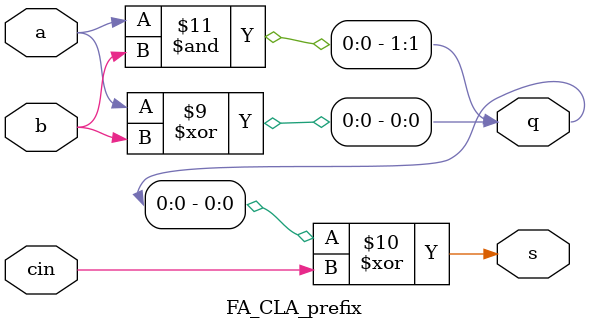
<source format=sv>
`define INPUTSIZE 32		//set the input size n
`define GROUPSIZE 8		//set the group size = 1, 2, 4 or 8

module brent_kung_adder #(
  parameter INPUT_SIZE = 32,
  parameter GROUP_SIZE = 8 // This can be 1, 2, 4, 8
)(
  input  logic [INPUT_SIZE-1:0] A,
  input  logic [INPUT_SIZE-1:0] B,
  output logic [INPUT_SIZE  :0] S
);

	wire	[INPUT_SIZE / GROUP_SIZE * 2 - 1:0]	r_temp;
	wire	[INPUT_SIZE / GROUP_SIZE * 2 - 1:0]	r;
	wire	[INPUT_SIZE / GROUP_SIZE        :0]	cin;
	wire	[INPUT_SIZE / GROUP_SIZE * 2 - 1:0]	q;
	
	assign cin[0] = 1'b0;
	
	generate
	for( genvar i = 0; i < INPUT_SIZE / GROUP_SIZE; i = i + 1) begin: parallel_FA_CLA_prefix
		group_q_generation #(.GROUP_SIZE(GROUP_SIZE))
		f(.a(A[GROUP_SIZE * (i + 1) - 1:GROUP_SIZE * i]),
		  .b(B[GROUP_SIZE * (i + 1) - 1:GROUP_SIZE * i]),
		  .cin(cin[i]),
		  .s(S[GROUP_SIZE * (i + 1) - 1:GROUP_SIZE * i]),
		  .qg(q[i * 2 + 1:i * 2]));
	end

	parallel_prefix_tree_first_half #(.TREE_SIZE(INPUT_SIZE / GROUP_SIZE))
	t1(.q(q[INPUT_SIZE / GROUP_SIZE * 2 - 1:0]),
	   .r(r_temp[INPUT_SIZE / GROUP_SIZE * 2 - 1:0]));
	parallel_prefix_tree_second_half #(.TREE_SIZE(INPUT_SIZE / GROUP_SIZE))
	t2(.q(r_temp[INPUT_SIZE / GROUP_SIZE * 2 - 1:0]),
	   .r(r[INPUT_SIZE / GROUP_SIZE * 2 - 1:0]));
	
	for(genvar i = 0;i < INPUT_SIZE / GROUP_SIZE;i = i + 1) begin: cin_generation
		cin_generation_logic f(.r(r[2 * i + 1:2 * i]), .c0(1'b0), .cin(cin[i + 1]));
	end
	
	assign S[INPUT_SIZE] = cin[INPUT_SIZE / GROUP_SIZE];
	
	endgenerate
	
endmodule

module parallel_prefix_tree_first_half #(
  parameter TREE_SIZE = 4
)(
  input  logic [TREE_SIZE*2-1:0] q,
  output logic [TREE_SIZE*2-1:0] r
);
	
	generate
	if(TREE_SIZE == 2) begin: trival_case
		assign r[1:0] = q[1:0];
		prefix_logic f(.ql(q[1:0]),
                   .qh(q[3:2]),
                   .r(r[3:2]));
	end
	else begin: recursive_case
		wire	[TREE_SIZE * 2 - 1:0]	r_temp;
		parallel_prefix_tree_first_half #(.TREE_SIZE(TREE_SIZE / 2))
		recursion_lsbh(.q(q[TREE_SIZE - 1:0]),
					   .r(r_temp[TREE_SIZE - 1:0]));
		parallel_prefix_tree_first_half #(.TREE_SIZE(TREE_SIZE / 2))
		recursion_msbh(.q(q[TREE_SIZE * 2 - 1:TREE_SIZE]),
					   .r(r_temp[TREE_SIZE * 2 - 1:TREE_SIZE]));
		for(genvar i = 0;i < TREE_SIZE * 2;i = i + 2) begin: parallel_stitch_up
			if(i != TREE_SIZE * 2 - 2) begin: parallel_stitch_up_pass
				assign r[i + 1:i] = r_temp[i + 1:i];
			end
			else begin: parallel_stitch_up_produce
				prefix_logic f(.ql(r_temp[TREE_SIZE - 1:TREE_SIZE - 2]),
							   .qh(r_temp[TREE_SIZE * 2 - 1:TREE_SIZE * 2 - 2]),
							   .r(r[TREE_SIZE * 2 - 1:TREE_SIZE * 2 - 2]));
			end
		end
	end
	endgenerate
	
endmodule

module parallel_prefix_tree_second_half #(
  parameter TREE_SIZE = 4
)(
  input  logic [TREE_SIZE*2-1:0] q,
  output logic [TREE_SIZE*2-1:0] r
);
	
  wire	[TREE_SIZE * 2 * ($clog2(TREE_SIZE) - 1) - 1:0]	r_temp;
	
	assign r_temp[TREE_SIZE * 2 - 1:0] = q[TREE_SIZE * 2 - 1:0];
	
	generate
	for(genvar i = 0;i < $clog2(TREE_SIZE) - 2;i = i + 1) begin: second_half_level
		assign r_temp[TREE_SIZE * 2 * (i + 1) + ((TREE_SIZE / (2 ** i)) - 1 - 2 ** ($clog2(TREE_SIZE / 4) - i)) * 2 - 1:TREE_SIZE * 2 * (i + 1)] = r_temp[TREE_SIZE * 2 * i + ((TREE_SIZE / (2 ** i)) - 1 - 2 ** ($clog2(TREE_SIZE / 4) - i)) * 2 - 1:TREE_SIZE * 2 * i];
		for(genvar j = (TREE_SIZE / (2 ** i)) - 1 - 2 ** ($clog2(TREE_SIZE / 4) - i);j < TREE_SIZE;j = j + 2 ** ($clog2(TREE_SIZE / 2) - i)) begin: second_half_level_logic
			prefix_logic f(.ql(r_temp[TREE_SIZE * 2 * i + (j - 2 ** ($clog2(TREE_SIZE / 4) - i)) * 2 + 1:TREE_SIZE * 2 * i + (j - 2 ** ($clog2(TREE_SIZE / 4) - i)) * 2]),
						   .qh(r_temp[TREE_SIZE * 2 * i + j * 2 + 1:TREE_SIZE * 2 * i + j * 2]),
						   .r(r_temp[TREE_SIZE * 2 * (i + 1) + j * 2 + 1:TREE_SIZE * 2 * (i + 1) + j * 2]));
			if(j != TREE_SIZE - 1 - 2 ** ($clog2(TREE_SIZE / 4) - i)) begin: second_half_level_direct_connect
				assign r_temp[TREE_SIZE * 2 * (i + 1) + (j + 2 ** ($clog2(TREE_SIZE / 2) - i)) * 2 - 1:TREE_SIZE * 2 * (i + 1) + j * 2 + 2] = r_temp[TREE_SIZE * 2 * i + (j + 2 ** ($clog2(TREE_SIZE / 2) - i)) * 2 - 1:TREE_SIZE * 2 * i + j * 2 + 2];
			end
		end
		assign r_temp[TREE_SIZE * 2 * (i + 2) - 1:TREE_SIZE * 2 * (i + 2) - (2 ** ($clog2(TREE_SIZE / 4) - i)) * 2] = r_temp[TREE_SIZE * 2 * (i + 1) - 1:TREE_SIZE * 2 * (i + 1) - (2 ** ($clog2(TREE_SIZE / 4) - i)) * 2];
	end
	assign r[1:0] = r_temp[TREE_SIZE * 2 * ($clog2(TREE_SIZE) - 2) + 1:TREE_SIZE * 2 * ($clog2(TREE_SIZE) - 2)];
	for(genvar i = 1;i < TREE_SIZE;i = i + 2) begin: final_r_odd
		assign r[i * 2 + 1:i * 2] = r_temp[TREE_SIZE * 2 * ($clog2(TREE_SIZE) - 2) + i * 2 + 1:TREE_SIZE * 2 * ($clog2(TREE_SIZE) - 2) + i * 2];
	end
	for(genvar i = 2;i < TREE_SIZE;i = i + 2) begin: final_r_even
		prefix_logic f(.ql(r_temp[TREE_SIZE * 2 * ($clog2(TREE_SIZE) - 2) + i * 2 - 1:TREE_SIZE * 2 * ($clog2(TREE_SIZE) - 2) + i * 2 - 2]),
					   .qh(r_temp[TREE_SIZE * 2 * ($clog2(TREE_SIZE) - 2) + i * 2 + 1:TREE_SIZE * 2 * ($clog2(TREE_SIZE) - 2) + i * 2]),
					   .r(r[i * 2 + 1:i * 2]));
	end
	endgenerate
	
endmodule

module group_q_generation #(
  parameter GROUP_SIZE = 8
)(
  input  logic [GROUP_SIZE-1:0] a,
  input  logic [GROUP_SIZE-1:0] b,
  input  logic                  cin,
  output logic [GROUP_SIZE-1:0] s,
  output logic [1:0]            qg
);
	
	wire	[2 * GROUP_SIZE - 1:0]	q;
	wire	[GROUP_SIZE - 1:0]	c;
	
	assign c[0] = cin;
	
	generate
	for(genvar i = 0;i < GROUP_SIZE;i = i + 1) begin: parallel_FA_CLA_prefix
		FA_CLA_prefix f(.a(a[i]),
						.b(b[i]),
						.cin(c[i]),
						.s(s[i]),
						.q(q[i * 2 + 1:i * 2]));
		if(i != GROUP_SIZE - 1)begin: special_case
			assign c[i + 1] = q[i * 2 + 1] | q[i * 2] & c[i];
		end
	end
	
	//group q generation based on the GROUP_SIZE
	if(GROUP_SIZE == 1) begin: case_gs1
		assign qg[1] = q[1];
		assign qg[0] = q[0];
	end
	else if(GROUP_SIZE == 2) begin: case_gs2
		assign qg[1] = q[3] | (q[1] & q[2]);
		assign qg[0] = q[2] & q[0];
	end
	else if(GROUP_SIZE == 4) begin: case_gs4
		assign qg[1] = q[7] | (q[5] & q[6]) | (q[3] & q[6] & q[4]) | (q[1] & q[6] & q[4] & q[2]);
		assign qg[0] = q[6] & q[4] & q[2] & q[0];
	end
	else if(GROUP_SIZE == 8) begin: case_gs8
		assign qg[1] = q[15] | (q[13] & q[14]) | (q[11] & q[14] & q[12]) | (q[9] & q[14] & q[12] & q[10]) | (q[7] & q[14] & q[12] & q[10] & q[8]) | (q[5] & q[14] & q[12] & q[10] & q[8] & q[6]) | (q[3] & q[14] & q[12] & q[10] & q[8] & q[6] & q[4]) | (q[1] & q[14] & q[12] & q[10] & q[8] & q[6] & q[4] & q[2]);
		assign qg[0] = q[14] & q[12] & q[10] & q[8] & q[6] & q[4] & q[2] & q[0];
	end
	endgenerate
	
endmodule

module cin_generation_logic(
  input logic [1:0] r,
  input logic       c0,
  output logic      cin
);
	assign cin = (r[0] & c0) | r[1];
endmodule


module prefix_logic(
  input  logic [1:0] ql,
  input  logic [1:0] qh,
  output logic [1:0] r
);
	assign r[0] = qh[0] & ql[0];
	assign r[1] = (qh[0] & ql[1]) | qh[1];	
endmodule

module FA_CLA_prefix(
  input  logic       a,
  input  logic       b,
  input  logic       cin,
  output logic       s,
  output logic [1:0] q
);	
	assign q[0] = a ^ b;
	assign s = q[0] ^ cin;
	assign q[1] = a & b;
endmodule
</source>
